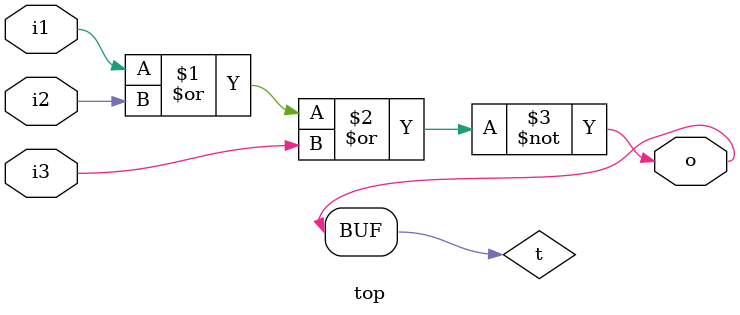
<source format=v>
module top ( i1 , i2 , i3 , o );

input i1 , i2 , i3;

output o ;

wire t ;

nor ( t, i1 , i2  , i3) ;


buf ( o , t );

endmodule

</source>
